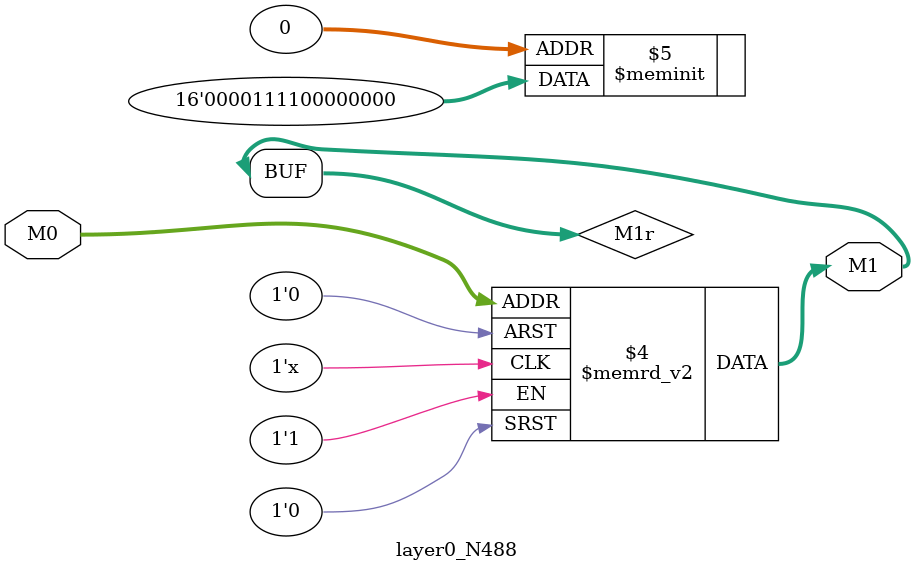
<source format=v>
module layer0_N488 ( input [2:0] M0, output [1:0] M1 );

	(*rom_style = "distributed" *) reg [1:0] M1r;
	assign M1 = M1r;
	always @ (M0) begin
		case (M0)
			3'b000: M1r = 2'b00;
			3'b100: M1r = 2'b11;
			3'b010: M1r = 2'b00;
			3'b110: M1r = 2'b00;
			3'b001: M1r = 2'b00;
			3'b101: M1r = 2'b11;
			3'b011: M1r = 2'b00;
			3'b111: M1r = 2'b00;

		endcase
	end
endmodule

</source>
